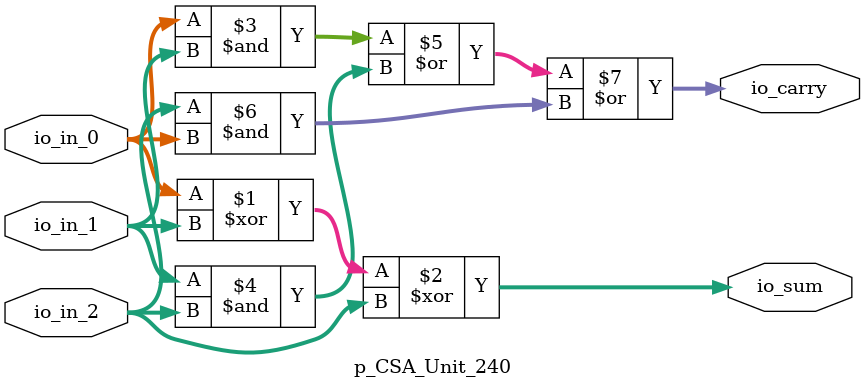
<source format=sv>
module p_CSA_Unit_240(
  input  [43:0] io_in_0,
                io_in_1,
                io_in_2,
  output [43:0] io_sum,
                io_carry
);

  assign io_sum = io_in_0 ^ io_in_1 ^ io_in_2;
  assign io_carry = io_in_0 & io_in_1 | io_in_1 & io_in_2 | io_in_2 & io_in_0;
endmodule


</source>
